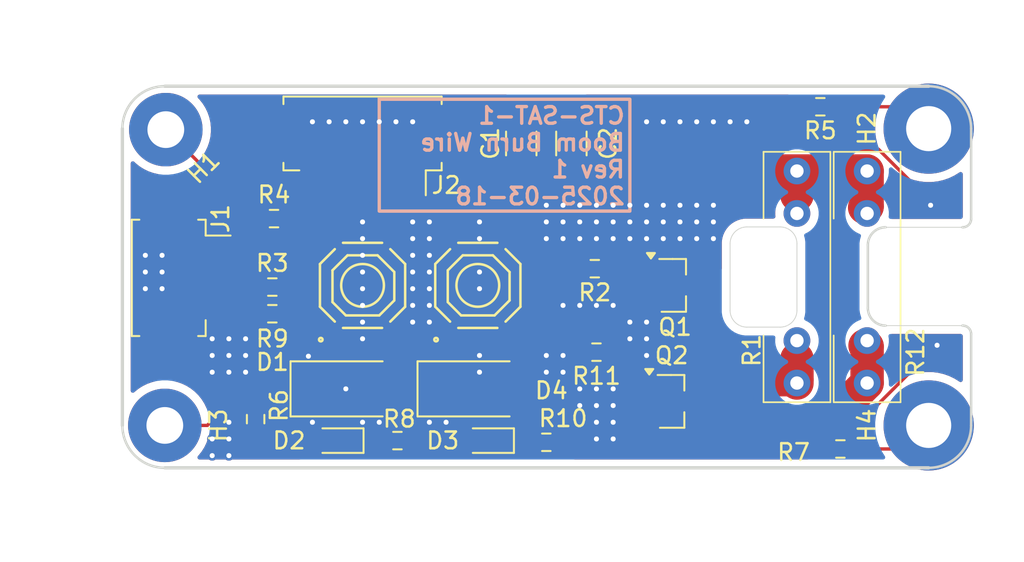
<source format=kicad_pcb>
(kicad_pcb (version 20241229) (generator "pcbnew") (generator_version "9.0")
  (title_block (date "2025-03-18") (rev "Rev 1"))
  (layers (0 "F.Cu" signal) (2 "B.Cu" signal) (13 "F.Paste" user) (15 "B.Paste" user) (5 "F.SilkS" user "F.Silkscreen") (7 "B.SilkS" user "B.Silkscreen") (1 "F.Mask" user) (3 "B.Mask" user) (25 "Edge.Cuts" user))
  (net 0 "")
  (net 1 "GND")
  (net 2 "VDC")
  (net 3 "Net-(D1-A2)")
  (net 4 "Net-(H1-Pad1)")
  (net 5 "Net-(H2-Pad1)")
  (net 6 "Net-(H3-Pad1)")
  (net 7 "Net-(H4-Pad1)")
  (net 8 "Net-(D3-A)")
  (net 9 "Net-(D2-K)")
  (net 10 "Net-(D3-K)")
  (net 11 "BURN_CTRL_2")
  (net 12 "BURN_CTRL_1")
  (net 13 "/Burn_Circuit/BURN_OUT_NEG")
  (net 14 "/Burn_Circuit1/BURN_OUT_NEG")
  (footprint "Resistor_SMD:R_0603_1608Metric_Pad0.98x0.95mm_HandSolder" (layer "F.Cu") (at 83.6 73.8125 -90)
    (property "Reference" "R6" (at -0.8125 -1.4 90) (layer "F.SilkS"))
    (property "Value" "0")
    (fp_line (start -0.254724 0.5225) (end 0.254724 0.5225) (stroke (width 0.12)) (layer "F.SilkS"))
    (fp_line (start -0.254724 -0.5225) (end 0.254724 -0.5225) (stroke (width 0.12)) (layer "F.SilkS"))
    (pad "1" smd roundrect (at -0.9125 0 270) (size 0.975 0.95) (layers "F.Cu" "F.Mask" "F.Paste") (net 6 "Net-(H3-Pad1)"))
    (pad "2" smd roundrect (at 0.9125 0 270) (size 0.975 0.95) (layers "F.Cu" "F.Mask" "F.Paste") (net 1 "GND"))
  )
  (footprint "Resistor_SMD:R_0603_1608Metric_Pad0.98x0.95mm_HandSolder" (layer "F.Cu") (at 101 75.2)
    (property "Reference" "R10" (at 1 -1.43 0) (layer "F.SilkS"))
    (property "Value" "5k1")
    (fp_line (start -0.254724 -0.5225) (end 0.254724 -0.5225) (stroke (width 0.12)) (layer "F.SilkS"))
    (fp_line (start -0.254724 0.5225) (end 0.254724 0.5225) (stroke (width 0.12)) (layer "F.SilkS"))
    (pad "1" smd roundrect (at -0.9125 0) (size 0.975 0.95) (layers "F.Cu" "F.Mask" "F.Paste") (net 10 "Net-(D3-K)"))
    (pad "2" smd roundrect (at 0.9125 0) (size 0.975 0.95) (layers "F.Cu" "F.Mask" "F.Paste") (net 1 "GND"))
  )
  (footprint "Resistor_SMD:R_0603_1608Metric_Pad0.98x0.95mm_HandSolder" (layer "F.Cu") (at 103.9 64.8 180)
    (property "Reference" "R2" (at 0 -1.43 0) (layer "F.SilkS"))
    (property "Value" "5k1")
    (fp_line (start -0.254724 0.5225) (end 0.254724 0.5225) (stroke (width 0.12)) (layer "F.SilkS"))
    (fp_line (start -0.254724 -0.5225) (end 0.254724 -0.5225) (stroke (width 0.12)) (layer "F.SilkS"))
    (pad "1" smd roundrect (at -0.9125 0 180) (size 0.975 0.95) (layers "F.Cu" "F.Mask" "F.Paste") (net 3 "Net-(D1-A2)"))
    (pad "2" smd roundrect (at 0.9125 0 180) (size 0.975 0.95) (layers "F.Cu" "F.Mask" "F.Paste") (net 1 "GND"))
  )
  (footprint "00-footprint-lib:SW-SMD_4P-L5.1-W5.1-P3.70-LS6.5-TL-2" (layer "F.Cu") (at 90 65.8 90)
    (property "Reference" "S1" (hide yes))
    (property "Value" "Tactile_Button")
    (fp_line (start 1.28 -2.55) (end 2.17 -1.66) (stroke (width 0.15)) (layer "F.SilkS"))
    (fp_line (start -1.28 -2.55) (end 1.28 -2.55) (stroke (width 0.15)) (layer "F.SilkS"))
    (fp_line (start -1.28 -2.55) (end -2.17 -1.66) (stroke (width 0.15)) (layer "F.SilkS"))
    (fp_line (start 0.9 -1.8) (end 1.8 -0.9) (stroke (width 0.15)) (layer "F.SilkS"))
    (fp_line (start -1 -1.8) (end 0.9 -1.8) (stroke (width 0.15)) (layer "F.SilkS"))
    (fp_line (start 2.55 -1.17) (end 2.55 1.17) (stroke (width 0.15)) (layer "F.SilkS"))
    (fp_line (start -2.55 -1.17) (end -2.55 1.17) (stroke (width 0.15)) (layer "F.SilkS"))
    (fp_line (start -1.8 -1) (end -1 -1.8) (stroke (width 0.15)) (layer "F.SilkS"))
    (fp_line (start 1.8 -0.9) (end 1.8 0.9) (stroke (width 0.15)) (layer "F.SilkS"))
    (fp_line (start 1.8 0.9) (end 0.8 1.9) (stroke (width 0.15)) (layer "F.SilkS"))
    (fp_line (start -1.8 1) (end -1.8 -1) (stroke (width 0.15)) (layer "F.SilkS"))
    (fp_line (start 2.17 1.66) (end 1.28 2.55) (stroke (width 0.15)) (layer "F.SilkS"))
    (fp_line (start -2.17 1.66) (end -1.28 2.55) (stroke (width 0.15)) (layer "F.SilkS"))
    (fp_line (start 0.8 1.9) (end -0.9 1.9) (stroke (width 0.15)) (layer "F.SilkS"))
    (fp_line (start -0.9 1.9) (end -1.8 1) (stroke (width 0.15)) (layer "F.SilkS"))
    (fp_line (start -1.28 2.55) (end 1.28 2.55) (stroke (width 0.15)) (layer "F.SilkS"))
    (fp_circle (center -3.25 -2.5) (end -3.22 -2.5) (stroke (width 0.15)) (fill no) (layer "F.SilkS"))
    (fp_circle (center 0 0) (end 1.28 0) (stroke (width 0.15)) (fill no) (layer "F.SilkS"))
    (pad "1" smd roundrect (at -3.3 -1.85 90) (size 1.7 1) (layers "F.Cu" "F.Mask" "F.Paste") (net 2 "VDC"))
    (pad "2" smd roundrect (at 3.3 -1.85 90) (size 1.7 1) (layers "F.Cu" "F.Mask" "F.Paste") (net 2 "VDC"))
    (pad "3" smd roundrect (at -3.3 1.85 90) (size 1.7 1) (layers "F.Cu" "F.Mask" "F.Paste") (net 3 "Net-(D1-A2)"))
    (pad "4" smd roundrect (at 3.3 1.85 90) (size 1.7 1) (layers "F.Cu" "F.Mask" "F.Paste"))
  )
  (footprint "Resistor_SMD:R_0603_1608Metric_Pad0.98x0.95mm_HandSolder" (layer "F.Cu") (at 117.4 55.1 180)
    (property "Reference" "R5" (at 0 -1.43 0) (layer "F.SilkS"))
    (property "Value" "0")
    (fp_line (start -0.254724 0.5225) (end 0.254724 0.5225) (stroke (width 0.12)) (layer "F.SilkS"))
    (fp_line (start -0.254724 -0.5225) (end 0.254724 -0.5225) (stroke (width 0.12)) (layer "F.SilkS"))
    (pad "1" smd roundrect (at -0.9125 0 180) (size 0.975 0.95) (layers "F.Cu" "F.Mask" "F.Paste") (net 5 "Net-(H2-Pad1)"))
    (pad "2" smd roundrect (at 0.9125 0 180) (size 0.975 0.95) (layers "F.Cu" "F.Mask" "F.Paste") (net 1 "GND"))
  )
  (footprint "Diode_SMD:D_SMA" (layer "F.Cu") (at 89.2 72)
    (property "Reference" "D1" (at -4.6 -1.6 0) (layer "F.SilkS"))
    (property "Value" "SMAJ13CA")
    (fp_line (start -3.51 -1.65) (end -3.51 1.65) (stroke (width 0.12)) (layer "F.SilkS"))
    (fp_line (start -3.51 -1.65) (end 2 -1.65) (stroke (width 0.12)) (layer "F.SilkS"))
    (fp_line (start -3.51 1.65) (end 2 1.65) (stroke (width 0.12)) (layer "F.SilkS"))
    (pad "1" smd roundrect (at -2 0) (size 2.5 1.8) (layers "F.Cu" "F.Mask" "F.Paste") (roundrect_rratio 0.1388888889) (net 1 "GND"))
    (pad "2" smd roundrect (at 2 0) (size 2.5 1.8) (layers "F.Cu" "F.Mask" "F.Paste") (roundrect_rratio 0.1388888889) (net 3 "Net-(D1-A2)"))
  )
  (footprint "MountingHole:MountingHole_2.2mm_M2_Pad" (layer "F.Cu") (at 78.165 74.19 -90)
    (property "Reference" "H3" (at 0 -3.2 270) (layer "F.SilkS"))
    (property "Value" "MountingHole_Pad")
    (pad "1" thru_hole circle (at 0 0 270) (size 4.4 4.4) (drill 2.2) (layers "*.Cu" "*.Mask") (net 6 "Net-(H3-Pad1)"))
  )
  (footprint "Capacitor_SMD:C_1206_3216Metric_Pad1.33x1.80mm_HandSolder" (layer "F.Cu") (at 102.5 57.3 90)
    (property "Reference" "C2" (at 0 2.2 90) (layer "F.SilkS"))
    (property "Value" "100n")
    (fp_line (start -0.711252 -0.91) (end 0.711252 -0.91) (stroke (width 0.12)) (layer "F.SilkS"))
    (fp_line (start -0.711252 0.91) (end 0.711252 0.91) (stroke (width 0.12)) (layer "F.SilkS"))
    (pad "1" smd roundrect (at -1.5625 0 90) (size 1.325 1.8) (layers "F.Cu" "F.Mask" "F.Paste") (roundrect_rratio 0.188679) (net 2 "VDC"))
    (pad "2" smd roundrect (at 1.5625 0 90) (size 1.325 1.8) (layers "F.Cu" "F.Mask" "F.Paste") (roundrect_rratio 0.188679) (net 1 "GND"))
  )
  (footprint "Package_TO_SOT_SMD:SOT-23_Handsoldering" (layer "F.Cu") (at 108.5 72.75)
    (property "Reference" "Q2" (at 0 -2.75 0) (layer "F.SilkS"))
    (property "Value" "AO3400A")
    (fp_line (start -0.04 -1.58) (end -0.84 -1.58) (stroke (width 0.12)) (layer "F.SilkS"))
    (fp_line (start -0.04 -1.58) (end 0.76 -1.58) (stroke (width 0.12)) (layer "F.SilkS"))
    (fp_line (start 0.76 -1.58) (end 0.76 -0.65) (stroke (width 0.12)) (layer "F.SilkS"))
    (fp_line (start 0.76 1.58) (end -0.7 1.58) (stroke (width 0.12)) (layer "F.SilkS"))
    (fp_line (start 0.76 1.58) (end 0.76 0.65) (stroke (width 0.12)) (layer "F.SilkS"))
    (fp_poly (pts (xy -1.34 -1.61) (xy -1.58 -1.94) (xy -1.1 -1.94) (xy -1.34 -1.61)) (stroke (width 0.12)) (fill yes) (layer "F.SilkS"))
    (pad "1" smd roundrect (at -1.5 -0.95) (size 1.9 0.8) (layers "F.Cu" "F.Mask" "F.Paste") (net 8 "Net-(D3-A)"))
    (pad "2" smd roundrect (at -1.5 0.95) (size 1.9 0.8) (layers "F.Cu" "F.Mask" "F.Paste") (net 1 "GND"))
    (pad "3" smd roundrect (at 1.5 0) (size 1.9 0.8) (layers "F.Cu" "F.Mask" "F.Paste") (net 14 "/Burn_Circuit1/BURN_OUT_NEG"))
  )
  (footprint "00-footprint-lib:AxialBurnResistor" (layer "F.Cu") (at 116 65.3 -90)
    (property "Reference" "R1" (at 4.4 2.7 90) (layer "F.SilkS"))
    (property "Value" "R")
    (fp_line (start -7.5 2) (end -3.5 2) (stroke (width 0.1)) (layer "F.SilkS"))
    (fp_line (start -7.5 2) (end -7.5 -2) (stroke (width 0.1)) (layer "F.SilkS"))
    (fp_line (start 7.5 2) (end 3.5 2) (stroke (width 0.1)) (layer "F.SilkS"))
    (fp_line (start 7.5 2) (end 7.5 -2) (stroke (width 0.1)) (layer "F.SilkS"))
    (fp_line (start 7.5 -2) (end -7.5 -2) (stroke (width 0.1)) (layer "F.SilkS"))
    (fp_line (start -2 4) (end 2 4) (stroke (width 0.05)) (layer "Edge.Cuts"))
    (fp_line (start 3 3) (end 3 1) (stroke (width 0.05)) (layer "Edge.Cuts"))
    (fp_line (start -3 1) (end -3 3) (stroke (width 0.05)) (layer "Edge.Cuts"))
    (fp_line (start 2 0) (end -2 0) (stroke (width 0.05)) (layer "Edge.Cuts"))
    (fp_arc (start -2 4) (mid -2.707107 3.707107) (end -3 3) (stroke (width 0.05)) (layer "Edge.Cuts"))
    (fp_arc (start 3 3) (mid 2.707107 3.707107) (end 2 4) (stroke (width 0.05)) (layer "Edge.Cuts"))
    (fp_arc (start -3 1) (mid -2.707107 0.292893) (end -2 0) (stroke (width 0.05)) (layer "Edge.Cuts"))
    (fp_arc (start 2 0) (mid 2.707107 0.292893) (end 3 1) (stroke (width 0.05)) (layer "Edge.Cuts"))
    (pad "1" thru_hole circle (at -6.35 0 270) (size 1.6 1.6) (drill 0.8) (layers "*.Cu" "*.Mask") (net 2 "VDC"))
    (pad "1" thru_hole circle (at -3.81 0 270) (size 1.6 1.6) (drill 0.8) (layers "*.Cu" "*.Mask") (net 2 "VDC"))
    (pad "2" thru_hole oval (at 3.81 0 270) (size 1.6 1.6) (drill 0.8) (layers "*.Cu" "*.Mask") (net 13 "/Burn_Circuit/BURN_OUT_NEG"))
    (pad "2" thru_hole oval (at 6.35 0 270) (size 1.6 1.6) (drill 0.8) (layers "*.Cu" "*.Mask") (net 13 "/Burn_Circuit/BURN_OUT_NEG"))
  )
  (footprint "Capacitor_SMD:C_1206_3216Metric_Pad1.33x1.80mm_HandSolder" (layer "F.Cu") (at 99.5 57.3 90)
    (property "Reference" "C1" (at 0 -1.85 90) (layer "F.SilkS"))
    (property "Value" "10u")
    (fp_line (start -0.711252 -0.91) (end 0.711252 -0.91) (stroke (width 0.12)) (layer "F.SilkS"))
    (fp_line (start -0.711252 0.91) (end 0.711252 0.91) (stroke (width 0.12)) (layer "F.SilkS"))
    (pad "1" smd roundrect (at -1.5625 0 90) (size 1.325 1.8) (layers "F.Cu" "F.Mask" "F.Paste") (roundrect_rratio 0.188679) (net 2 "VDC"))
    (pad "2" smd roundrect (at 1.5625 0 90) (size 1.325 1.8) (layers "F.Cu" "F.Mask" "F.Paste") (roundrect_rratio 0.188679) (net 1 "GND"))
  )
  (footprint "00-footprint-lib:SW-SMD_4P-L5.1-W5.1-P3.70-LS6.5-TL-2" (layer "F.Cu") (at 96.9 65.8 90)
    (property "Reference" "S2" (hide yes))
    (property "Value" "Tactile_Button")
    (fp_line (start 1.28 -2.55) (end 2.17 -1.66) (stroke (width 0.15)) (layer "F.SilkS"))
    (fp_line (start -1.28 -2.55) (end 1.28 -2.55) (stroke (width 0.15)) (layer "F.SilkS"))
    (fp_line (start -1.28 -2.55) (end -2.17 -1.66) (stroke (width 0.15)) (layer "F.SilkS"))
    (fp_line (start 0.9 -1.8) (end 1.8 -0.9) (stroke (width 0.15)) (layer "F.SilkS"))
    (fp_line (start -1 -1.8) (end 0.9 -1.8) (stroke (width 0.15)) (layer "F.SilkS"))
    (fp_line (start 2.55 -1.17) (end 2.55 1.17) (stroke (width 0.15)) (layer "F.SilkS"))
    (fp_line (start -2.55 -1.17) (end -2.55 1.17) (stroke (width 0.15)) (layer "F.SilkS"))
    (fp_line (start -1.8 -1) (end -1 -1.8) (stroke (width 0.15)) (layer "F.SilkS"))
    (fp_line (start 1.8 -0.9) (end 1.8 0.9) (stroke (width 0.15)) (layer "F.SilkS"))
    (fp_line (start 1.8 0.9) (end 0.8 1.9) (stroke (width 0.15)) (layer "F.SilkS"))
    (fp_line (start -1.8 1) (end -1.8 -1) (stroke (width 0.15)) (layer "F.SilkS"))
    (fp_line (start 2.17 1.66) (end 1.28 2.55) (stroke (width 0.15)) (layer "F.SilkS"))
    (fp_line (start -2.17 1.66) (end -1.28 2.55) (stroke (width 0.15)) (layer "F.SilkS"))
    (fp_line (start 0.8 1.9) (end -0.9 1.9) (stroke (width 0.15)) (layer "F.SilkS"))
    (fp_line (start -0.9 1.9) (end -1.8 1) (stroke (width 0.15)) (layer "F.SilkS"))
    (fp_line (start -1.28 2.55) (end 1.28 2.55) (stroke (width 0.15)) (layer "F.SilkS"))
    (fp_circle (center -3.25 -2.5) (end -3.22 -2.5) (stroke (width 0.15)) (fill no) (layer "F.SilkS"))
    (fp_circle (center 0 0) (end 1.28 0) (stroke (width 0.15)) (fill no) (layer "F.SilkS"))
    (pad "1" smd roundrect (at -3.3 -1.85 90) (size 1.7 1) (layers "F.Cu" "F.Mask" "F.Paste") (net 2 "VDC"))
    (pad "2" smd roundrect (at 3.3 -1.85 90) (size 1.7 1) (layers "F.Cu" "F.Mask" "F.Paste") (net 2 "VDC"))
    (pad "3" smd roundrect (at -3.3 1.85 90) (size 1.7 1) (layers "F.Cu" "F.Mask" "F.Paste") (net 8 "Net-(D3-A)"))
    (pad "4" smd roundrect (at 3.3 1.85 90) (size 1.7 1) (layers "F.Cu" "F.Mask" "F.Paste"))
  )
  (footprint "Package_TO_SOT_SMD:SOT-23_Handsoldering" (layer "F.Cu") (at 108.6 65.8)
    (property "Reference" "Q1" (at 0.1 2.5 0) (layer "F.SilkS"))
    (property "Value" "AO3400A")
    (fp_line (start -0.04 -1.58) (end -0.84 -1.58) (stroke (width 0.12)) (layer "F.SilkS"))
    (fp_line (start -0.04 -1.58) (end 0.76 -1.58) (stroke (width 0.12)) (layer "F.SilkS"))
    (fp_line (start 0.76 -1.58) (end 0.76 -0.65) (stroke (width 0.12)) (layer "F.SilkS"))
    (fp_line (start 0.76 1.58) (end -0.7 1.58) (stroke (width 0.12)) (layer "F.SilkS"))
    (fp_line (start 0.76 1.58) (end 0.76 0.65) (stroke (width 0.12)) (layer "F.SilkS"))
    (fp_poly (pts (xy -1.34 -1.61) (xy -1.58 -1.94) (xy -1.1 -1.94) (xy -1.34 -1.61)) (stroke (width 0.12)) (fill yes) (layer "F.SilkS"))
    (pad "1" smd roundrect (at -1.5 -0.95) (size 1.9 0.8) (layers "F.Cu" "F.Mask" "F.Paste") (net 3 "Net-(D1-A2)"))
    (pad "2" smd roundrect (at -1.5 0.95) (size 1.9 0.8) (layers "F.Cu" "F.Mask" "F.Paste") (net 1 "GND"))
    (pad "3" smd roundrect (at 1.5 0) (size 1.9 0.8) (layers "F.Cu" "F.Mask" "F.Paste") (net 13 "/Burn_Circuit/BURN_OUT_NEG"))
  )
  (footprint "Resistor_SMD:R_0603_1608Metric_Pad0.98x0.95mm_HandSolder" (layer "F.Cu") (at 118.6 75.6 180)
    (property "Reference" "R7" (at 2.8 -0.2 0) (layer "F.SilkS"))
    (property "Value" "0")
    (fp_line (start -0.254724 0.5225) (end 0.254724 0.5225) (stroke (width 0.12)) (layer "F.SilkS"))
    (fp_line (start -0.254724 -0.5225) (end 0.254724 -0.5225) (stroke (width 0.12)) (layer "F.SilkS"))
    (pad "1" smd roundrect (at -0.9125 0 180) (size 0.975 0.95) (layers "F.Cu" "F.Mask" "F.Paste") (net 7 "Net-(H4-Pad1)"))
    (pad "2" smd roundrect (at 0.9125 0 180) (size 0.975 0.95) (layers "F.Cu" "F.Mask" "F.Paste") (net 1 "GND"))
  )
  (footprint "LED_SMD:LED_0603_1608Metric_Pad1.05x0.95mm_HandSolder" (layer "F.Cu") (at 88.4 75.1 180)
    (property "Reference" "D2" (at 2.8 0 0) (layer "F.SilkS"))
    (property "Value" "LED")
    (fp_line (start 0.8 -0.735) (end -1.66 -0.735) (stroke (width 0.12)) (layer "F.SilkS"))
    (fp_line (start -1.66 0.735) (end 0.8 0.735) (stroke (width 0.12)) (layer "F.SilkS"))
    (fp_line (start -1.66 -0.735) (end -1.66 0.735) (stroke (width 0.12)) (layer "F.SilkS"))
    (pad "1" smd roundrect (at -0.875 0 180) (size 1.05 0.95) (layers "F.Cu" "F.Mask" "F.Paste") (net 9 "Net-(D2-K)"))
    (pad "2" smd roundrect (at 0.875 0 180) (size 1.05 0.95) (layers "F.Cu" "F.Mask" "F.Paste") (net 3 "Net-(D1-A2)"))
  )
  (footprint "Resistor_SMD:R_0603_1608Metric_Pad0.98x0.95mm_HandSolder" (layer "F.Cu") (at 92.0875 75.1)
    (property "Reference" "R8" (at 0.1125 -1.3 0) (layer "F.SilkS"))
    (property "Value" "5k1")
    (fp_line (start -0.254724 -0.5225) (end 0.254724 -0.5225) (stroke (width 0.12)) (layer "F.SilkS"))
    (fp_line (start -0.254724 0.5225) (end 0.254724 0.5225) (stroke (width 0.12)) (layer "F.SilkS"))
    (pad "1" smd roundrect (at -0.9125 0) (size 0.975 0.95) (layers "F.Cu" "F.Mask" "F.Paste") (net 9 "Net-(D2-K)"))
    (pad "2" smd roundrect (at 0.9125 0) (size 0.975 0.95) (layers "F.Cu" "F.Mask" "F.Paste") (net 1 "GND"))
  )
  (footprint "MountingHole:MountingHole_2.7mm_M2.5_Pad" (layer "F.Cu") (at 123.885 56.41 90)
    (property "Reference" "H2" (at 0 -3.7 90) (layer "F.SilkS"))
    (property "Value" "MountingHole_Pad")
    (pad "1" thru_hole circle (at 0 0 90) (size 5.4 5.4) (drill 2.7) (layers "*.Cu" "*.Mask") (net 5 "Net-(H2-Pad1)"))
  )
  (footprint "LED_SMD:LED_0603_1608Metric_Pad1.05x0.95mm_HandSolder" (layer "F.Cu") (at 97.4 75.1 180)
    (property "Reference" "D3" (at 2.6 0 0) (layer "F.SilkS"))
    (property "Value" "LED")
    (fp_line (start 0.8 -0.735) (end -1.66 -0.735) (stroke (width 0.12)) (layer "F.SilkS"))
    (fp_line (start -1.66 0.735) (end 0.8 0.735) (stroke (width 0.12)) (layer "F.SilkS"))
    (fp_line (start -1.66 -0.735) (end -1.66 0.735) (stroke (width 0.12)) (layer "F.SilkS"))
    (pad "1" smd roundrect (at -0.875 0 180) (size 1.05 0.95) (layers "F.Cu" "F.Mask" "F.Paste") (net 10 "Net-(D3-K)"))
    (pad "2" smd roundrect (at 0.875 0 180) (size 1.05 0.95) (layers "F.Cu" "F.Mask" "F.Paste") (net 8 "Net-(D3-A)"))
  )
  (footprint "Connector_Molex:Molex_PicoBlade_53261-0471_1x04-1MP_P1.25mm_Horizontal" (layer "F.Cu") (at 78.9 65.35 -90)
    (property "Reference" "J1" (at -3.55 -2.6 270) (layer "F.SilkS"))
    (property "Value" "Conn_01x04_MountingPin")
    (fp_line (start -3.485 2.71) (end 3.485 2.71) (stroke (width 0.12)) (layer "F.SilkS"))
    (fp_line (start 3.485 2.71) (end 3.485 2.26) (stroke (width 0.12)) (layer "F.SilkS"))
    (fp_line (start -3.485 2.26) (end -3.485 2.71) (stroke (width 0.12)) (layer "F.SilkS"))
    (fp_line (start -3.485 -1.26) (end -3.485 -1.71) (stroke (width 0.12)) (layer "F.SilkS"))
    (fp_line (start 3.485 -1.26) (end 3.485 -1.71) (stroke (width 0.12)) (layer "F.SilkS"))
    (fp_line (start -3.485 -1.71) (end -2.535 -1.71) (stroke (width 0.12)) (layer "F.SilkS"))
    (fp_line (start -2.535 -1.71) (end -2.535 -3.2) (stroke (width 0.12)) (layer "F.SilkS"))
    (fp_line (start 3.485 -1.71) (end 2.535 -1.71) (stroke (width 0.12)) (layer "F.SilkS"))
    (pad "1" smd roundrect (at -1.875 -2.4 270) (size 0.8 1.6) (layers "F.Cu" "F.Mask" "F.Paste") (net 1 "GND"))
    (pad "2" smd roundrect (at -0.625 -2.4 270) (size 0.8 1.6) (layers "F.Cu" "F.Mask" "F.Paste") (net 1 "GND"))
    (pad "3" smd roundrect (at 0.625 -2.4 270) (size 0.8 1.6) (layers "F.Cu" "F.Mask" "F.Paste") (net 12 "BURN_CTRL_1"))
    (pad "4" smd roundrect (at 1.875 -2.4 270) (size 0.8 1.6) (layers "F.Cu" "F.Mask" "F.Paste") (net 11 "BURN_CTRL_2"))
    (pad "MP" smd roundrect (at -4.425 0.5 270) (size 2.1 3) (layers "F.Cu" "F.Mask" "F.Paste") (roundrect_rratio 0.119048) (net 1 "GND"))
    (pad "MP" smd roundrect (at 4.425 0.5 270) (size 2.1 3) (layers "F.Cu" "F.Mask" "F.Paste") (roundrect_rratio 0.119048) (net 1 "GND"))
  )
  (footprint "Resistor_SMD:R_0603_1608Metric_Pad0.98x0.95mm_HandSolder" (layer "F.Cu") (at 84.6 65.9)
    (property "Reference" "R3" (at 0 -1.43 0) (layer "F.SilkS"))
    (property "Value" "100")
    (fp_line (start -0.254724 -0.5225) (end 0.254724 -0.5225) (stroke (width 0.12)) (layer "F.SilkS"))
    (fp_line (start -0.254724 0.5225) (end 0.254724 0.5225) (stroke (width 0.12)) (layer "F.SilkS"))
    (pad "1" smd roundrect (at -0.9125 0) (size 0.975 0.95) (layers "F.Cu" "F.Mask" "F.Paste") (net 12 "BURN_CTRL_1"))
    (pad "2" smd roundrect (at 0.9125 0) (size 0.975 0.95) (layers "F.Cu" "F.Mask" "F.Paste") (net 3 "Net-(D1-A2)"))
  )
  (footprint "Resistor_SMD:R_0603_1608Metric_Pad0.98x0.95mm_HandSolder" (layer "F.Cu") (at 104 69.8 180)
    (property "Reference" "R11" (at 0 -1.43 0) (layer "F.SilkS"))
    (property "Value" "5k1")
    (fp_line (start -0.254724 0.5225) (end 0.254724 0.5225) (stroke (width 0.12)) (layer "F.SilkS"))
    (fp_line (start -0.254724 -0.5225) (end 0.254724 -0.5225) (stroke (width 0.12)) (layer "F.SilkS"))
    (pad "1" smd roundrect (at -0.9125 0 180) (size 0.975 0.95) (layers "F.Cu" "F.Mask" "F.Paste") (net 8 "Net-(D3-A)"))
    (pad "2" smd roundrect (at 0.9125 0 180) (size 0.975 0.95) (layers "F.Cu" "F.Mask" "F.Paste") (net 1 "GND"))
  )
  (footprint "Resistor_SMD:R_0603_1608Metric_Pad0.98x0.95mm_HandSolder" (layer "F.Cu") (at 84.6 67.5)
    (property "Reference" "R9" (at 0 1.5 0) (layer "F.SilkS"))
    (property "Value" "100")
    (fp_line (start -0.254724 -0.5225) (end 0.254724 -0.5225) (stroke (width 0.12)) (layer "F.SilkS"))
    (fp_line (start -0.254724 0.5225) (end 0.254724 0.5225) (stroke (width 0.12)) (layer "F.SilkS"))
    (pad "1" smd roundrect (at -0.9125 0) (size 0.975 0.95) (layers "F.Cu" "F.Mask" "F.Paste") (net 11 "BURN_CTRL_2"))
    (pad "2" smd roundrect (at 0.9125 0) (size 0.975 0.95) (layers "F.Cu" "F.Mask" "F.Paste") (net 8 "Net-(D3-A)"))
  )
  (footprint "00-footprint-lib:AxialBurnResistor_No_Cutout" (layer "F.Cu") (at 120.2 65.3 -90)
    (property "Reference" "R12" (at 4.5 -2.9 90) (layer "F.SilkS"))
    (property "Value" "R")
    (fp_line (start -7.5 2) (end -3.5 2) (stroke (width 0.1)) (layer "F.SilkS"))
    (fp_line (start -7.5 2) (end -7.5 -2) (stroke (width 0.1)) (layer "F.SilkS"))
    (fp_line (start 7.5 2) (end 3.5 2) (stroke (width 0.1)) (layer "F.SilkS"))
    (fp_line (start 7.5 2) (end 7.5 -2) (stroke (width 0.1)) (layer "F.SilkS"))
    (fp_line (start 7.5 -2) (end -7.5 -2) (stroke (width 0.1)) (layer "F.SilkS"))
    (pad "1" thru_hole circle (at -6.35 0 270) (size 1.6 1.6) (drill 0.8) (layers "*.Cu" "*.Mask") (net 2 "VDC"))
    (pad "1" thru_hole circle (at -3.81 0 270) (size 1.6 1.6) (drill 0.8) (layers "*.Cu" "*.Mask") (net 2 "VDC"))
    (pad "2" thru_hole oval (at 3.81 0 270) (size 1.6 1.6) (drill 0.8) (layers "*.Cu" "*.Mask") (net 14 "/Burn_Circuit1/BURN_OUT_NEG"))
    (pad "2" thru_hole oval (at 6.35 0 270) (size 1.6 1.6) (drill 0.8) (layers "*.Cu" "*.Mask") (net 14 "/Burn_Circuit1/BURN_OUT_NEG"))
  )
  (footprint "Diode_SMD:D_SMA" (layer "F.Cu") (at 96.8 72)
    (property "Reference" "D4" (at 4.5 0.1 0) (layer "F.SilkS"))
    (property "Value" "SMAJ13CA")
    (fp_line (start -3.51 -1.65) (end -3.51 1.65) (stroke (width 0.12)) (layer "F.SilkS"))
    (fp_line (start -3.51 -1.65) (end 2 -1.65) (stroke (width 0.12)) (layer "F.SilkS"))
    (fp_line (start -3.51 1.65) (end 2 1.65) (stroke (width 0.12)) (layer "F.SilkS"))
    (pad "1" smd roundrect (at -2 0) (size 2.5 1.8) (layers "F.Cu" "F.Mask" "F.Paste") (roundrect_rratio 0.1388888889) (net 1 "GND"))
    (pad "2" smd roundrect (at 2 0) (size 2.5 1.8) (layers "F.Cu" "F.Mask" "F.Paste") (roundrect_rratio 0.1388888889) (net 8 "Net-(D3-A)"))
  )
  (footprint "MountingHole:MountingHole_2.7mm_M2.5_Pad" (layer "F.Cu") (at 123.885 74.19 90)
    (property "Reference" "H4" (at 0 -3.7 90) (layer "F.SilkS"))
    (property "Value" "MountingHole_Pad")
    (pad "1" thru_hole circle (at 0 0 90) (size 5.4 5.4) (drill 2.7) (layers "*.Cu" "*.Mask") (net 7 "Net-(H4-Pad1)"))
  )
  (footprint "Resistor_SMD:R_0603_1608Metric_Pad0.98x0.95mm_HandSolder" (layer "F.Cu") (at 84.7 61.8)
    (property "Reference" "R4" (at 0 -1.43 0) (layer "F.SilkS"))
    (property "Value" "0")
    (fp_line (start -0.254724 -0.5225) (end 0.254724 -0.5225) (stroke (width 0.12)) (layer "F.SilkS"))
    (fp_line (start -0.254724 0.5225) (end 0.254724 0.5225) (stroke (width 0.12)) (layer "F.SilkS"))
    (pad "1" smd roundrect (at -0.9125 0) (size 0.975 0.95) (layers "F.Cu" "F.Mask" "F.Paste") (net 4 "Net-(H1-Pad1)"))
    (pad "2" smd roundrect (at 0.9125 0) (size 0.975 0.95) (layers "F.Cu" "F.Mask" "F.Paste") (net 1 "GND"))
  )
  (footprint "MountingHole:MountingHole_2.2mm_M2_Pad" (layer "F.Cu") (at 78.225 56.47 -135)
    (property "Reference" "H1" (at 0 -3.2 225) (layer "F.SilkS"))
    (property "Value" "MountingHole_Pad")
    (pad "1" thru_hole circle (at 0 0 225) (size 4.4 4.4) (drill 2.2) (layers "*.Cu" "*.Mask") (net 4 "Net-(H1-Pad1)"))
  )
  (footprint "Connector_Molex:Molex_PicoBlade_53261-0671_1x06-1MP_P1.25mm_Horizontal" (layer "F.Cu") (at 90 57.2 180)
    (property "Reference" "J2" (at -5 -2.6 180) (layer "F.SilkS"))
    (property "Value" "Conn_01x06_MountingPin")
    (fp_line (start 4.735 2.71) (end 4.735 2.26) (stroke (width 0.12)) (layer "F.SilkS"))
    (fp_line (start 4.735 -1.26) (end 4.735 -1.71) (stroke (width 0.12)) (layer "F.SilkS"))
    (fp_line (start 4.735 -1.71) (end 3.785 -1.71) (stroke (width 0.12)) (layer "F.SilkS"))
    (fp_line (start -3.785 -1.71) (end -3.785 -3.2) (stroke (width 0.12)) (layer "F.SilkS"))
    (fp_line (start -4.735 2.71) (end 4.735 2.71) (stroke (width 0.12)) (layer "F.SilkS"))
    (fp_line (start -4.735 2.26) (end -4.735 2.71) (stroke (width 0.12)) (layer "F.SilkS"))
    (fp_line (start -4.735 -1.26) (end -4.735 -1.71) (stroke (width 0.12)) (layer "F.SilkS"))
    (fp_line (start -4.735 -1.71) (end -3.785 -1.71) (stroke (width 0.12)) (layer "F.SilkS"))
    (pad "1" smd roundrect (at -3.125 -2.4 180) (size 0.8 1.6) (layers "F.Cu" "F.Mask" "F.Paste") (net 2 "VDC"))
    (pad "2" smd roundrect (at -1.875 -2.4 180) (size 0.8 1.6) (layers "F.Cu" "F.Mask" "F.Paste") (net 2 "VDC"))
    (pad "3" smd roundrect (at -0.625 -2.4 180) (size 0.8 1.6) (layers "F.Cu" "F.Mask" "F.Paste") (net 2 "VDC"))
    (pad "4" smd roundrect (at 0.625 -2.4 180) (size 0.8 1.6) (layers "F.Cu" "F.Mask" "F.Paste") (net 1 "GND"))
    (pad "5" smd roundrect (at 1.875 -2.4 180) (size 0.8 1.6) (layers "F.Cu" "F.Mask" "F.Paste") (net 1 "GND"))
    (pad "6" smd roundrect (at 3.125 -2.4 180) (size 0.8 1.6) (layers "F.Cu" "F.Mask" "F.Paste") (net 1 "GND"))
    (pad "MP" smd roundrect (at -5.675 0.5 180) (size 2.1 3) (layers "F.Cu" "F.Mask" "F.Paste") (roundrect_rratio 0.119048) (net 1 "GND"))
    (pad "MP" smd roundrect (at 5.675 0.5 180) (size 2.1 3) (layers "F.Cu" "F.Mask" "F.Paste") (roundrect_rratio 0.119048) (net 1 "GND"))
  )
  (gr_rect (start 91 54.65) (end 106 61.35) (stroke (width 0.2)) (fill no) (layer "B.SilkS"))
  (gr_line (start 75.625 74.19) (end 75.625 56.41) (stroke (width 0.2)) (layer "Edge.Cuts"))
  (gr_arc (start 75.625 56.41) (mid 76.368949 54.613949) (end 78.165 53.87) (stroke (width 0.15)) (layer "Edge.Cuts"))
  (gr_line (start 125.925 68.21) (end 125.9075 68.21) (stroke (width 0.15)) (layer "Edge.Cuts"))
  (gr_arc (start 121.3075 68.21) (mid 120.556199 67.898801) (end 120.245 67.1475) (stroke (width 0.15)) (layer "Edge.Cuts"))
  (gr_arc (start 120.245 63.3825) (mid 120.556199 62.631199) (end 121.3075 62.32) (stroke (width 0.15)) (layer "Edge.Cuts"))
  (gr_line (start 126.424996 74.19) (end 126.425 68.71) (stroke (width 0.15)) (layer "Edge.Cuts"))
  (gr_arc (start 123.885 53.87) (mid 125.681052 54.613949) (end 126.425 56.410002) (stroke (width 0.15)) (layer "Edge.Cuts"))
  (gr_line (start 78.165 53.87) (end 123.885 53.87) (stroke (width 0.2)) (layer "Edge.Cuts"))
  (gr_line (start 123.885 76.729999) (end 78.165 76.73) (stroke (width 0.2)) (layer "Edge.Cuts"))
  (gr_line (start 121.3075 68.21) (end 125.9075 68.21) (stroke (width 0.05)) (layer "Edge.Cuts"))
  (gr_arc (start 126.424996 74.19) (mid 125.681048 75.986048) (end 123.885 76.729999) (stroke (width 0.15)) (layer "Edge.Cuts"))
  (gr_line (start 121.3075 62.32) (end 125.9075 62.32) (stroke (width 0.05)) (layer "Edge.Cuts"))
  (gr_arc (start 125.925 68.21) (mid 126.278553 68.356447) (end 126.425 68.71) (stroke (width 0.15)) (layer "Edge.Cuts"))
  (gr_arc (start 126.425 61.82) (mid 126.278553 62.173553) (end 125.925 62.32) (stroke (width 0.15)) (layer "Edge.Cuts"))
  (gr_line (start 120.245 67.1475) (end 120.245 63.3825) (stroke (width 0.15)) (layer "Edge.Cuts"))
  (gr_line (start 125.925 62.32) (end 125.9075 62.32) (stroke (width 0.15)) (layer "Edge.Cuts"))
  (gr_line (start 126.425 61.82) (end 126.425 56.410002) (stroke (width 0.15)) (layer "Edge.Cuts"))
  (gr_arc (start 78.165 76.73) (mid 76.368949 75.986051) (end 75.625 74.19) (stroke (width 0.15)) (layer "Edge.Cuts"))
  (gr_text "CTS-SAT-1\nBoom Burn Wire\nRev 1\n2025-03-18" (at 105.8 61.05 -0) (layer "B.SilkS") (effects (font (size 1 1) (thickness 0.2) (bold yes)) (justify left bottom mirror)))
  (segment (start 118.175 75.6) (end 117.6875 75.6) (width 0.2) (layer "F.Cu") (net 1))
  (segment (start 87.2 70.485663) (end 86.759094 70.044757) (width 0.2) (layer "F.Cu") (net 1))
  (segment (start 119.0365 57.649) (end 120.879945 57.649) (width 0.2) (layer "F.Cu") (net 1))
  (segment (start 87.2 72) (end 87.2 70.485663) (width 0.2) (layer "F.Cu") (net 1))
  (segment (start 120.879945 57.649) (end 124 60.769055) (width 0.2) (layer "F.Cu") (net 1))
  (segment (start 108.9 75.6) (end 107 73.7) (width 0.2) (layer "F.Cu") (net 1))
  (segment (start 116.4875 55.1) (end 119.0365 57.649) (width 0.2) (layer "F.Cu") (net 1))
  (segment (start 124.3875 69.3875) (end 118.175 75.6) (width 0.2) (layer "F.Cu") (net 1))
  (segment (start 124 60.769055) (end 124 61) (width 0.2) (layer "F.Cu") (net 1))
  (segment (start 117.6875 75.6) (end 108.9 75.6) (width 0.2) (layer "F.Cu") (net 1))
  (via (at 101 61) (size 0.6) (drill 0.3) (layers "F.Cu" "B.Cu") (net 1))
  (via (at 103 73) (size 0.6) (drill 0.3) (layers "F.Cu" "B.Cu") (net 1))
  (via (at 111 61) (size 0.6) (drill 0.3) (layers "F.Cu" "B.Cu") (net 1))
  (via (at 103 72) (size 0.6) (drill 0.3) (layers "F.Cu" "B.Cu") (net 1))
  (via (at 103 63) (size 0.6) (drill 0.3) (layers "F.Cu" "B.Cu") (net 1))
  (via (at 83 70) (size 0.6) (drill 0.3) (layers "F.Cu" "B.Cu") (net 1))
  (via (at 97 66) (size 0.6) (drill 0.3) (layers "F.Cu" "B.Cu") (net 1))
  (via (at 107 56) (size 0.6) (drill 0.3) (layers "F.Cu" "B.Cu") (net 1))
  (via (at 111 56) (size 0.6) (drill 0.3) (layers "F.Cu" "B.Cu") (net 1))
  (via (at 106 69) (size 0.6) (drill 0.3) (layers "F.Cu" "B.Cu") (net 1))
  (via (at 105 73) (size 0.6) (drill 0.3) (layers "F.Cu" "B.Cu") (net 1))
  (via (at 77 66) (size 0.6) (drill 0.3) (layers "F.Cu" "B.Cu") (net 1))
  (via (at 90 68) (size 0.6) (drill 0.3) (layers "F.Cu" "B.Cu") (net 1))
  (via (at 92 56) (size 0.6) (drill 0.3) (layers "F.Cu" "B.Cu") (net 1))
  (via (at 97 71) (size 0.6) (drill 0.3) (layers "F.Cu" "B.Cu") (net 1))
  (via (at 78 66) (size 0.6) (drill 0.3) (layers "F.Cu" "B.Cu") (net 1))
  (via (at 101 70) (size 0.6) (drill 0.3) (layers "F.Cu" "B.Cu") (net 1))
  (via (at 82 76) (size 0.6) (drill 0.3) (layers "F.Cu" "B.Cu") (net 1))
  (via (at 111 62) (size 0.6) (drill 0.3) (layers "F.Cu" "B.Cu") (net 1))
  (via (at 90 67) (size 0.6) (drill 0.3) (layers "F.Cu" "B.Cu") (net 1))
  (via (at 97 65) (size 0.6) (drill 0.3) (layers "F.Cu" "B.Cu") (net 1))
  (via (at 104 62) (size 0.6) (drill 0.3) (layers "F.Cu" "B.Cu") (net 1))
  (via (at 108 63) (size 0.6) (drill 0.3) (layers "F.Cu" "B.Cu") (net 1))
  (via (at 94 65) (size 0.6) (drill 0.3) (layers "F.Cu" "B.Cu") (net 1))
  (via (at 87 74) (size 0.6) (drill 0.3) (layers "F.Cu" "B.Cu") (net 1))
  (via (at 102 67) (size 0.6) (drill 0.3) (layers "F.Cu" "B.Cu") (net 1))
  (via (at 90 62) (size 0.6) (drill 0.3) (layers "F.Cu" "B.Cu") (net 1))
  (via (at 90 63) (size 0.6) (drill 0.3) (layers "F.Cu" "B.Cu") (net 1))
  (via (at 91 56) (size 0.6) (drill 0.3) (layers "F.Cu" "B.Cu") (net 1))
  (via (at 94 66) (size 0.6) (drill 0.3) (layers "F.Cu" "B.Cu") (net 1))
  (via (at 89 56) (size 0.6) (drill 0.3) (layers "F.Cu" "B.Cu") (net 1))
  (via (at 97 63) (size 0.6) (drill 0.3) (layers "F.Cu" "B.Cu") (net 1))
  (via (at 90 56) (size 0.6) (drill 0.3) (layers "F.Cu" "B.Cu") (net 1))
  (via (at 124 61) (size 0.6) (drill 0.3) (layers "F.Cu" "B.Cu") (net 1))
  (via (at 81 76) (size 0.6) (drill 0.3) (layers "F.Cu" "B.Cu") (net 1))
  (via (at 104 74) (size 0.6) (drill 0.3) (layers "F.Cu" "B.Cu") (net 1))
  (via (at 82 75) (size 0.6) (drill 0.3) (layers "F.Cu" "B.Cu") (net 1))
  (via (at 90 74) (size 0.6) (drill 0.3) (layers "F.Cu" "B.Cu") (net 1))
  (via (at 94 64) (size 0.6) (drill 0.3) (layers "F.Cu" "B.Cu") (net 1))
  (via (at 77 65) (size 0.6) (drill 0.3) (layers "F.Cu" "B.Cu") (net 1))
  (via (at 82 70) (size 0.6) (drill 0.3) (layers "F.Cu" "B.Cu") (net 1))
  (via (at 106 68) (size 0.6) (drill 0.3) (layers "F.Cu" "B.Cu") (net 1))
  (via (at 107 63) (size 0.6) (drill 0.3) (layers "F.Cu" "B.Cu") (net 1))
  (via (at 124.3875 69.3875) (size 0.6) (drill 0.3) (layers "F.Cu" "B.Cu") (net 1))
  (via (at 109 62) (size 0.6) (drill 0.3) (layers "F.Cu" "B.Cu") (net 1))
  (via (at 107 61) (size 0.6) (drill 0.3) (layers "F.Cu" "B.Cu") (net 1))
  (via (at 94 74) (size 0.6) (drill 0.3) (layers "F.Cu" "B.Cu") (net 1))
  (via (at 86.759094 70.044757) (size 0.6) (drill 0.3) (layers "F.Cu" "B.Cu") (net 1))
  (via (at 93 67) (size 0.6) (drill 0.3) (layers "F.Cu" "B.Cu") (net 1))
  (via (at 97 62) (size 0.6) (drill 0.3) (layers "F.Cu" "B.Cu") (net 1))
  (via (at 93 63) (size 0.6) (drill 0.3) (layers "F.Cu" "B.Cu") (net 1))
  (via (at 93 65) (size 0.6) (drill 0.3) (layers "F.Cu" "B.Cu") (net 1))
  (via (at 94 67) (size 0.6) (drill 0.3) (layers "F.Cu" "B.Cu") (net 1))
  (via (at 78 64) (size 0.6) (drill 0.3) (layers "F.Cu" "B.Cu") (net 1))
  (via (at 103 67) (size 0.6) (drill 0.3) (layers "F.Cu" "B.Cu") (net 1))
  (via (at 90 65) (size 0.6) (drill 0.3) (layers "F.Cu" "B.Cu") (net 1))
  (via (at 82 69) (size 0.6) (drill 0.3) (layers "F.Cu" "B.Cu") (net 1))
  (via (at 109 63) (size 0.6) (drill 0.3) (layers "F.Cu" "B.Cu") (net 1))
  (via (at 106 62) (size 0.6) (drill 0.3) (layers "F.Cu" "B.Cu") (net 1))
  (via (at 108 62) (size 0.6) (drill 0.3) (layers "F.Cu" "B.Cu") (net 1))
  (via (at 101 71) (size 0.6) (drill 0.3) (layers "F.Cu" "B.Cu") (net 1))
  (via (at 102 61) (size 0.6) (drill 0.3) (layers "F.Cu" "B.Cu") (net 1))
  (via (at 105 75) (size 0.6) (drill 0.3) (layers "F.Cu" "B.Cu") (net 1))
  (via (at 104 73) (size 0.6) (drill 0.3) (layers "F.Cu" "B.Cu") (net 1))
  (via (at 109 61) (size 0.6) (drill 0.3) (layers "F.Cu" "B.Cu") (net 1))
  (via (at 105 72) (size 0.6) (drill 0.3) (layers "F.Cu" "B.Cu") (net 1))
  (via (at 105 62) (size 0.6) (drill 0.3) (layers "F.Cu" "B.Cu") (net 1))
  (via (at 82 71) (size 0.6) (drill 0.3) (layers "F.Cu" "B.Cu") (net 1))
  (via (at 106 63) (size 0.6) (drill 0.3) (layers "F.Cu" "B.Cu") (net 1))
  (via (at 110 56) (size 0.6) (drill 0.3) (layers "F.Cu" "B.Cu") (net 1))
  (via (at 93 68) (size 0.6) (drill 0.3) (layers "F.Cu" "B.Cu") (net 1))
  (via (at 90 66) (size 0.6) (drill 0.3) (layers "F.Cu" "B.Cu") (net 1))
  (via (at 83 69) (size 0.6) (drill 0.3) (layers "F.Cu" "B.Cu") (net 1))
  (via (at 81 75) (size 0.6) (drill 0.3) (layers "F.Cu" "B.Cu") (net 1))
  (via (at 83 71) (size 0.6) (drill 0.3) (layers "F.Cu" "B.Cu") (net 1))
  (via (at 108 61) (size 0.6) (drill 0.3) (layers "F.Cu" "B.Cu") (net 1))
  (via (at 108 56) (size 0.6) (drill 0.3) (layers "F.Cu" "B.Cu") (net 1))
  (via (at 104 72) (size 0.6) (drill 0.3) (layers "F.Cu" "B.Cu") (net 1))
  (via (at 89 72) (size 0.6) (drill 0.3) (layers "F.Cu" "B.Cu") (net 1))
  (via (at 104 67) (size 0.6) (drill 0.3) (layers "F.Cu" "B.Cu") (net 1))
  (via (at 81 70) (size 0.6) (drill 0.3) (layers "F.Cu" "B.Cu") (net 1))
  (via (at 78 65) (size 0.6) (drill 0.3) (layers "F.Cu" "B.Cu") (net 1))
  (via (at 81 69) (size 0.6) (drill 0.3) (layers "F.Cu" "B.Cu") (net 1))
  (via (at 101 62) (size 0.6) (drill 0.3) (layers "F.Cu" "B.Cu") (net 1))
  (via (at 112 56) (size 0.6) (drill 0.3) (layers "F.Cu" "B.Cu") (net 1))
  (via (at 87 56) (size 0.6) (drill 0.3) (layers "F.Cu" "B.Cu") (net 1))
  (via (at 110 62) (size 0.6) (drill 0.3) (layers "F.Cu" "B.Cu") (net 1))
  (via (at 104 63) (size 0.6) (drill 0.3) (layers "F.Cu" "B.Cu") (net 1))
  (via (at 103 62) (size 0.6) (drill 0.3) (layers "F.Cu" "B.Cu") (net 1))
  (via (at 105 74) (size 0.6) (drill 0.3) (layers "F.Cu" "B.Cu") (net 1))
  (via (at 107 69) (size 0.6) (drill 0.3) (layers "F.Cu" "B.Cu") (net 1))
  (via (at 110 61) (size 0.6) (drill 0.3) (layers "F.Cu" "B.Cu") (net 1))
  (via (at 102 70) (size 0.6) (drill 0.3) (layers "F.Cu" "B.Cu") (net 1))
  (via (at 102 71) (size 0.6) (drill 0.3) (layers "F.Cu" "B.Cu") (net 1))
  (via (at 105 67) (size 0.6) (drill 0.3) (layers "F.Cu" "B.Cu") (net 1))
  (via (at 102 62) (size 0.6) (drill 0.3) (layers "F.Cu" "B.Cu") (net 1))
  (via (at 93 64) (size 0.6) (drill 0.3) (layers "F.Cu" "B.Cu") (net 1))
  (via (at 90 69) (size 0.6) (drill 0.3) (layers "F.Cu" "B.Cu") (net 1))
  (via (at 104 61) (size 0.6) (drill 0.3) (layers "F.Cu" "B.Cu") (net 1))
  (via (at 107 62) (size 0.6) (drill 0.3) (layers "F.Cu" "B.Cu") (net 1))
  (via (at 95 74) (size 0.6) (drill 0.3) (layers "F.Cu" "B.Cu") (net 1))
  (via (at 77 64) (size 0.6) (drill 0.3) (layers "F.Cu" "B.Cu") (net 1))
  (via (at 97 70) (size 0.6) (drill 0.3) (layers "F.Cu" "B.Cu") (net 1))
  (via (at 113 56) (size 0.6) (drill 0.3) (layers "F.Cu" "B.Cu") (net 1))
  (via (at 103 61) (size 0.6) (drill 0.3) (layers "F.Cu" "B.Cu") (net 1))
  (via (at 102 63) (size 0.6) (drill 0.3) (layers "F.Cu" "B.Cu") (net 1))
  (via (at 104 75) (size 0.6) (drill 0.3) (layers "F.Cu" "B.Cu") (net 1))
  (via (at 105 63) (size 0.6) (drill 0.3) (layers "F.Cu" "B.Cu") (net 1))
  (via (at 91 74) (size 0.6) (drill 0.3) (layers "F.Cu" "B.Cu") (net 1))
  (via (at 105 61) (size 0.6) (drill 0.3) (layers "F.Cu" "B.Cu") (net 1))
  (via (at 109 56) (size 0.6) (drill 0.3) (layers "F.Cu" "B.Cu") (net 1))
  (via (at 93 56) (size 0.6) (drill 0.3) (layers "F.Cu" "B.Cu") (net 1))
  (via (at 107 70) (size 0.6) (drill 0.3) (layers "F.Cu" "B.Cu") (net 1))
  (via (at 82 74) (size 0.6) (drill 0.3) (layers "F.Cu" "B.Cu") (net 1))
  (via (at 88 56) (size 0.6) (drill 0.3) (layers "F.Cu" "B.Cu") (net 1))
  (via (at 93 66) (size 0.6) (drill 0.3) (layers "F.Cu" "B.Cu") (net 1))
  (via (at 106 61) (size 0.6) (drill 0.3) (layers "F.Cu" "B.Cu") (net 1))
  (via (at 107 68) (size 0.6) (drill 0.3) (layers "F.Cu" "B.Cu") (net 1))
  (via (at 94 68) (size 0.6) (drill 0.3) (layers "F.Cu" "B.Cu") (net 1))
  (via (at 93 62) (size 0.6) (drill 0.3) (layers "F.Cu" "B.Cu") (net 1))
  (via (at 94 62) (size 0.6) (drill 0.3) (layers "F.Cu" "B.Cu") (net 1))
  (via (at 101 63) (size 0.6) (drill 0.3) (layers "F.Cu" "B.Cu") (net 1))
  (via (at 90 64) (size 0.6) (drill 0.3) (layers "F.Cu" "B.Cu") (net 1))
  (via (at 81 71) (size 0.6) (drill 0.3) (layers "F.Cu" "B.Cu") (net 1))
  (via (at 110 63) (size 0.6) (drill 0.3) (layers "F.Cu" "B.Cu") (net 1))
  (via (at 111 63) (size 0.6) (drill 0.3) (layers "F.Cu" "B.Cu") (net 1))
  (via (at 94 63) (size 0.6) (drill 0.3) (layers "F.Cu" "B.Cu") (net 1))
  (segment (start 88.15 69.1) (end 88.15 62.5) (width 0.2) (layer "F.Cu") (net 2))
  (segment (start 98.7625 59.6) (end 94.2 59.6) (width 2) (layer "F.Cu") (net 2))
  (segment (start 88.15 62.5) (end 90.976 59.674) (width 0.2) (layer "F.Cu") (net 2))
  (segment (start 94.2 59.6) (end 90.976 59.6) (width 2) (layer "F.Cu") (net 2))
  (segment (start 102.5875 58.95) (end 102.5 58.8625) (width 2) (layer "F.Cu") (net 2))
  (segment (start 99.5 58.8625) (end 98.7625 59.6) (width 2) (layer "F.Cu") (net 2))
  (segment (start 116 58.95) (end 102.5875 58.95) (width 2) (layer "F.Cu") (net 2))
  (segment (start 120.2 61.072165) (end 120.052273 61.133356) (width 2) (layer "F.Cu") (net 2))
  (segment (start 90.976 59.674) (end 90.976 59.6) (width 0.2) (layer "F.Cu") (net 2))
  (segment (start 95.05 62.5) (end 95.05 60.45) (width 0.2) (layer "F.Cu") (net 2))
  (segment (start 120.2 58.95) (end 120.2 61.072165) (width 2) (layer "F.Cu") (net 2))
  (segment (start 120.2 58.95) (end 116 58.95) (width 2) (layer "F.Cu") (net 2))
  (segment (start 102.5 58.8625) (end 99.5 58.8625) (width 2) (layer "F.Cu") (net 2))
  (segment (start 116 58.95) (end 116 60.4) (width 2) (layer "F.Cu") (net 2))
  (segment (start 95.05 69.1) (end 95.05 62.5) (width 0.2) (layer "F.Cu") (net 2))
  (segment (start 95.05 60.45) (end 94.2 59.6) (width 0.2) (layer "F.Cu") (net 2))
  (segment (start 91.85 71.35) (end 91.2 72) (width 0.2) (layer "F.Cu") (net 3))
  (segment (start 107.1 64.85) (end 104.8625 64.85) (width 0.2) (layer "F.Cu") (net 3))
  (segment (start 90.625 72) (end 91.2 72) (width 0.2) (layer "F.Cu") (net 3))
  (segment (start 91.85 69.1) (end 91.85 71.35) (width 0.2) (layer "F.Cu") (net 3))
  (segment (start 87.349 69.93516) (end 87.81384 70.4) (width 0.2) (layer "F.Cu") (net 3))
  (segment (start 93.001 70.251) (end 91.85 69.1) (width 0.2) (layer "F.Cu") (net 3))
  (segment (start 87.81384 70.4) (end 90.55 70.4) (width 0.2) (layer "F.Cu") (net 3))
  (segment (start 95.53516 70.251) (end 93.001 70.251) (width 0.2) (layer "F.Cu") (net 3))
  (segment (start 104.8125 64.8) (end 104.0365 64.024) (width 0.2) (layer "F.Cu") (net 3))
  (segment (start 87.525 75.1) (end 90.625 72) (width 0.2) (layer "F.Cu") (net 3))
  (segment (start 104.0365 64.024) (end 101.76216 64.024) (width 0.2) (layer "F.Cu") (net 3))
  (segment (start 90.55 70.4) (end 91.85 69.1) (width 0.2) (layer "F.Cu") (net 3))
  (segment (start 101.76216 64.024) (end 95.53516 70.251) (width 0.2) (layer "F.Cu") (net 3))
  (segment (start 85.5125 65.9) (end 87.349 67.7365) (width 0.2) (layer "F.Cu") (net 3))
  (segment (start 104.8625 64.85) (end 104.8125 64.8) (width 0.2) (layer "F.Cu") (net 3))
  (segment (start 87.349 67.7365) (end 87.349 69.93516) (width 0.2) (layer "F.Cu") (net 3))
  (segment (start 83.7875 61.8) (end 83.555 61.8) (width 0.2) (layer "F.Cu") (net 4))
  (segment (start 83.555 61.8) (end 78.225 56.47) (width 0.2) (layer "F.Cu") (net 4))
  (segment (start 122.575 55.1) (end 123.885 56.41) (width 0.2) (layer "F.Cu") (net 5))
  (segment (start 118.3125 55.1) (end 122.575 55.1) (width 0.2) (layer "F.Cu") (net 5))
  (segment (start 78.165 74.19) (end 80.71 74.19) (width 0.2) (layer "F.Cu") (net 6))
  (segment (start 80.71 74.19) (end 82 72.9) (width 0.2) (layer "F.Cu") (net 6))
  (segment (start 82 72.9) (end 83.6 72.9) (width 0.2) (layer "F.Cu") (net 6))
  (segment (start 122.475 75.6) (end 123.885 74.19) (width 0.2) (layer "F.Cu") (net 7))
  (segment (start 123.885 74.19) (end 125 73.075) (width 0.2) (layer "F.Cu") (net 7))
  (segment (start 119.5125 75.6) (end 122.475 75.6) (width 0.2) (layer "F.Cu") (net 7))
  (segment (start 98.75 69.1) (end 99.25 68.6) (width 0.2) (layer "F.Cu") (net 8))
  (segment (start 104.9125 69.8) (end 105 69.8) (width 0.2) (layer "F.Cu") (net 8))
  (segment (start 98.8 72) (end 98.8 71) (width 0.2) (layer "F.Cu") (net 8))
  (segment (start 85.5125 67.5) (end 85.5125 74.380634) (width 0.2) (layer "F.Cu") (net 8))
  (segment (start 95.625 76) (end 96.525 75.1) (width 0.2) (layer "F.Cu") (net 8))
  (segment (start 98.8 71) (end 98.75 70.95) (width 0.2) (layer "F.Cu") (net 8))
  (segment (start 98.75 70.95) (end 98.75 69.1) (width 0.2) (layer "F.Cu") (net 8))
  (segment (start 103.7125 68.6) (end 104.9125 69.8) (width 0.2) (layer "F.Cu") (net 8))
  (segment (start 105 69.8) (end 107 71.8) (width 0.2) (layer "F.Cu") (net 8))
  (segment (start 87.131866 76) (end 95.625 76) (width 0.2) (layer "F.Cu") (net 8))
  (segment (start 85.5125 74.380634) (end 87.131866 76) (width 0.2) (layer "F.Cu") (net 8))
  (segment (start 99.25 68.6) (end 103.7125 68.6) (width 0.2) (layer "F.Cu") (net 8))
  (segment (start 96.525 75.1) (end 96.525 74.275) (width 0.2) (layer "F.Cu") (net 8))
  (segment (start 96.525 74.275) (end 98.8 72) (width 0.2) (layer "F.Cu") (net 8))
  (segment (start 89.275 75.1) (end 91.175 75.1) (width 0.2) (layer "F.Cu") (net 9))
  (segment (start 99.9875 75.1) (end 100.0875 75.2) (width 0.2) (layer "F.Cu") (net 10))
  (segment (start 98.275 75.1) (end 99.9875 75.1) (width 0.2) (layer "F.Cu") (net 10))
  (segment (start 83.4125 67.225) (end 83.6875 67.5) (width 0.2) (layer "F.Cu") (net 11))
  (segment (start 81.3 67.225) (end 83.4125 67.225) (width 0.2) (layer "F.Cu") (net 11))
  (segment (start 81.3 65.975) (end 83.6125 65.975) (width 0.2) (layer "F.Cu") (net 12))
  (segment (start 83.6125 65.975) (end 83.6875 65.9) (width 0.2) (layer "F.Cu") (net 12))
  (segment (start 110.1 65.8) (end 110.1 69.3) (width 2) (layer "F.Cu") (net 13))
  (segment (start 116 71.65) (end 116 70.2) (width 2) (layer "F.Cu") (net 13))
  (segment (start 110.1 69.3) (end 112.25 71.45) (width 2) (layer "F.Cu") (net 13))
  (segment (start 112.25 71.45) (end 116 71.45) (width 2) (layer "F.Cu") (net 13))
  (segment (start 120.2 69.457835) (end 120.077021 69.406895) (width 2) (layer "F.Cu") (net 14))
  (segment (start 120.2 71.65) (end 120.2 69.457835) (width 2) (layer "F.Cu") (net 14))
  (segment (start 116.835074 73.924) (end 117.926 73.924) (width 2) (layer "F.Cu") (net 14))
  (segment (start 110 72.75) (end 111.45 74.2) (width 2) (layer "F.Cu") (net 14))
  (segment (start 111.45 74.2) (end 116.559074 74.2) (width 2) (layer "F.Cu") (net 14))
  (segment (start 116.559074 74.2) (end 116.835074 73.924) (width 2) (layer "F.Cu") (net 14))
  (segment (start 117.926 73.924) (end 120.2 71.65) (width 2) (layer "F.Cu") (net 14))
  (zone (net 1) (net_name "GND") (layers "F.Cu" "B.Cu") (connect_pads (clearance 0.5)) (min_thickness 0.25) (fill yes (thermal_gap 0.5) (thermal_bridge_width 0.5))
    (polygon (pts (xy 70.5 50.2) (xy 129 49.5) (xy 129.6 81.5) (xy 68.3 82.4) (xy 70.3 50)))
  )
)
</source>
